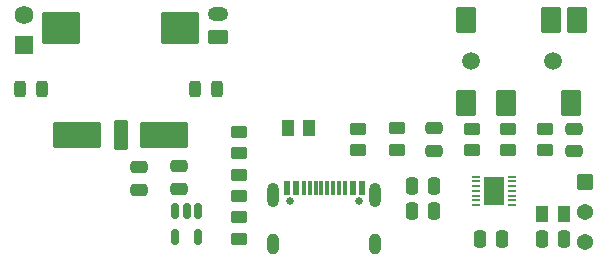
<source format=gbr>
%TF.GenerationSoftware,KiCad,Pcbnew,7.0.7*%
%TF.CreationDate,2024-02-01T03:43:03-06:00*%
%TF.ProjectId,Md-rev-1,4d642d72-6576-42d3-912e-6b696361645f,rev?*%
%TF.SameCoordinates,Original*%
%TF.FileFunction,Soldermask,Top*%
%TF.FilePolarity,Negative*%
%FSLAX46Y46*%
G04 Gerber Fmt 4.6, Leading zero omitted, Abs format (unit mm)*
G04 Created by KiCad (PCBNEW 7.0.7) date 2024-02-01 03:43:03*
%MOMM*%
%LPD*%
G01*
G04 APERTURE LIST*
G04 Aperture macros list*
%AMRoundRect*
0 Rectangle with rounded corners*
0 $1 Rounding radius*
0 $2 $3 $4 $5 $6 $7 $8 $9 X,Y pos of 4 corners*
0 Add a 4 corners polygon primitive as box body*
4,1,4,$2,$3,$4,$5,$6,$7,$8,$9,$2,$3,0*
0 Add four circle primitives for the rounded corners*
1,1,$1+$1,$2,$3*
1,1,$1+$1,$4,$5*
1,1,$1+$1,$6,$7*
1,1,$1+$1,$8,$9*
0 Add four rect primitives between the rounded corners*
20,1,$1+$1,$2,$3,$4,$5,0*
20,1,$1+$1,$4,$5,$6,$7,0*
20,1,$1+$1,$6,$7,$8,$9,0*
20,1,$1+$1,$8,$9,$2,$3,0*%
G04 Aperture macros list end*
%ADD10RoundRect,0.102000X-0.689000X-0.689000X0.689000X-0.689000X0.689000X0.689000X-0.689000X0.689000X0*%
%ADD11C,1.582000*%
%ADD12O,1.750000X1.200000*%
%ADD13RoundRect,0.250000X0.625000X-0.350000X0.625000X0.350000X-0.625000X0.350000X-0.625000X-0.350000X0*%
%ADD14C,1.364000*%
%ADD15RoundRect,0.102000X-0.580000X0.580000X-0.580000X-0.580000X0.580000X-0.580000X0.580000X0.580000X0*%
%ADD16R,1.117600X1.447800*%
%ADD17RoundRect,0.250000X-0.250000X-0.475000X0.250000X-0.475000X0.250000X0.475000X-0.250000X0.475000X0*%
%ADD18R,0.711200X0.203200*%
%ADD19R,1.701800X2.387600*%
%ADD20RoundRect,0.250000X-0.475000X0.250000X-0.475000X-0.250000X0.475000X-0.250000X0.475000X0.250000X0*%
%ADD21RoundRect,0.250000X-0.450000X0.262500X-0.450000X-0.262500X0.450000X-0.262500X0.450000X0.262500X0*%
%ADD22RoundRect,0.250000X0.450000X-0.262500X0.450000X0.262500X-0.450000X0.262500X-0.450000X-0.262500X0*%
%ADD23RoundRect,0.243750X0.243750X0.456250X-0.243750X0.456250X-0.243750X-0.456250X0.243750X-0.456250X0*%
%ADD24RoundRect,0.102000X-0.750000X1.000000X-0.750000X-1.000000X0.750000X-1.000000X0.750000X1.000000X0*%
%ADD25C,1.500000*%
%ADD26RoundRect,0.150000X-0.150000X0.512500X-0.150000X-0.512500X0.150000X-0.512500X0.150000X0.512500X0*%
%ADD27RoundRect,0.250000X0.475000X-0.250000X0.475000X0.250000X-0.475000X0.250000X-0.475000X-0.250000X0*%
%ADD28RoundRect,0.102000X1.905000X1.015000X-1.905000X1.015000X-1.905000X-1.015000X1.905000X-1.015000X0*%
%ADD29RoundRect,0.102000X0.510000X1.145000X-0.510000X1.145000X-0.510000X-1.145000X0.510000X-1.145000X0*%
%ADD30RoundRect,0.102000X1.500000X1.250000X-1.500000X1.250000X-1.500000X-1.250000X1.500000X-1.250000X0*%
%ADD31C,0.650000*%
%ADD32R,0.600000X1.150000*%
%ADD33R,0.300000X1.150000*%
%ADD34O,1.000000X2.100000*%
%ADD35O,1.000000X1.800000*%
G04 APERTURE END LIST*
D10*
%TO.C,*%
X131450000Y-107670000D03*
%TD*%
D11*
%TO.C,*%
X131450000Y-105130000D03*
%TD*%
D12*
%TO.C,*%
X147850000Y-105000000D03*
%TD*%
D13*
%TO.C,*%
X147850000Y-107000000D03*
%TD*%
D14*
%TO.C,*%
X178940000Y-124340000D03*
%TD*%
%TO.C,*%
X178940000Y-121800000D03*
%TD*%
D15*
%TO.C,*%
X178940000Y-119260000D03*
%TD*%
D16*
%TO.C,FB2*%
X175348300Y-121940000D03*
X177151700Y-121940000D03*
%TD*%
%TO.C,FB1*%
X155581700Y-114670000D03*
X153778300Y-114670000D03*
%TD*%
D17*
%TO.C,C8*%
X175290000Y-124060000D03*
X177190000Y-124060000D03*
%TD*%
D18*
%TO.C,U2*%
X169762800Y-118800000D03*
X169762800Y-119199999D03*
X169762800Y-119600001D03*
X169762800Y-120000000D03*
X169762800Y-120399999D03*
X169762800Y-120800001D03*
X169762800Y-121200000D03*
X172760000Y-121200000D03*
X172760000Y-120800001D03*
X172760000Y-120399999D03*
X172760000Y-120000000D03*
X172760000Y-119600001D03*
X172760000Y-119199999D03*
X172760000Y-118800000D03*
D19*
X171261400Y-120000000D03*
%TD*%
D20*
%TO.C,C1*%
X144560000Y-117930000D03*
X144560000Y-119830000D03*
%TD*%
D21*
%TO.C,R4*%
X149690000Y-118627500D03*
X149690000Y-120452500D03*
%TD*%
D17*
%TO.C,C3*%
X164310000Y-119610000D03*
X166210000Y-119610000D03*
%TD*%
D22*
%TO.C,R5*%
X149690000Y-124032500D03*
X149690000Y-122207500D03*
%TD*%
D23*
%TO.C,D2*%
X133025000Y-111380000D03*
X131150000Y-111380000D03*
%TD*%
D22*
%TO.C,R3*%
X149690000Y-116822500D03*
X149690000Y-114997500D03*
%TD*%
D24*
%TO.C,J2*%
X177780000Y-112530000D03*
X178280000Y-105530000D03*
X176080000Y-105530000D03*
X172280000Y-112530000D03*
X168880000Y-105530000D03*
X168880000Y-112530000D03*
D25*
X169280000Y-109030000D03*
X176280000Y-109030000D03*
%TD*%
D20*
%TO.C,C5*%
X166200000Y-114710000D03*
X166200000Y-116610000D03*
%TD*%
D22*
%TO.C,R2*%
X163070000Y-116535000D03*
X163070000Y-114710000D03*
%TD*%
D26*
%TO.C,U1*%
X146190000Y-121662500D03*
X145240000Y-121662500D03*
X144290000Y-121662500D03*
X144290000Y-123937500D03*
X146190000Y-123937500D03*
%TD*%
D22*
%TO.C,R8*%
X169360000Y-116552500D03*
X169360000Y-114727500D03*
%TD*%
D27*
%TO.C,C2*%
X141200000Y-119910000D03*
X141200000Y-118010000D03*
%TD*%
D17*
%TO.C,C4*%
X164320000Y-121710000D03*
X166220000Y-121710000D03*
%TD*%
D28*
%TO.C,S1*%
X143325000Y-115245000D03*
D29*
X139640000Y-115245000D03*
D28*
X135955000Y-115245000D03*
D30*
X144640000Y-106175000D03*
X134640000Y-106175000D03*
%TD*%
D23*
%TO.C,D1*%
X147847500Y-111380000D03*
X145972500Y-111380000D03*
%TD*%
D20*
%TO.C,C6*%
X178000000Y-114720000D03*
X178000000Y-116620000D03*
%TD*%
D17*
%TO.C,C7*%
X170070000Y-124060000D03*
X171970000Y-124060000D03*
%TD*%
D31*
%TO.C,J1*%
X154010000Y-120825000D03*
X159790000Y-120825000D03*
D32*
X153700000Y-119750000D03*
X154500000Y-119750000D03*
D33*
X155650000Y-119750000D03*
X156650000Y-119750000D03*
X157150000Y-119750000D03*
X158150000Y-119750000D03*
D32*
X159300000Y-119750000D03*
X160100000Y-119750000D03*
X160100000Y-119750000D03*
X159300000Y-119750000D03*
D33*
X158650000Y-119750000D03*
X157650000Y-119750000D03*
X156150000Y-119750000D03*
X155150000Y-119750000D03*
D32*
X154500000Y-119750000D03*
X153700000Y-119750000D03*
D34*
X152580000Y-120325000D03*
D35*
X152580000Y-124505000D03*
D34*
X161220000Y-120325000D03*
D35*
X161220000Y-124505000D03*
%TD*%
D22*
%TO.C,R6*%
X175600000Y-116572500D03*
X175600000Y-114747500D03*
%TD*%
D21*
%TO.C,R7*%
X172480000Y-114747500D03*
X172480000Y-116572500D03*
%TD*%
D22*
%TO.C,R1*%
X159780000Y-116565000D03*
X159780000Y-114740000D03*
%TD*%
M02*

</source>
